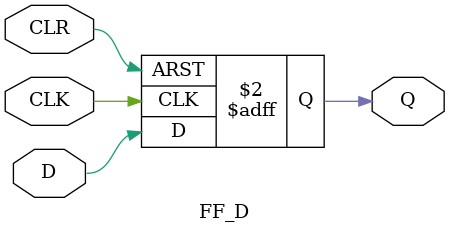
<source format=v>

module FF_D(D, CLK, CLR, Q);
	input D, CLK, CLR;
	output Q;
	reg Q;

	always @ (negedge CLK or posedge CLR)
		if (CLR)
			Q = 0;
		else
			Q = D;
endmodule

</source>
